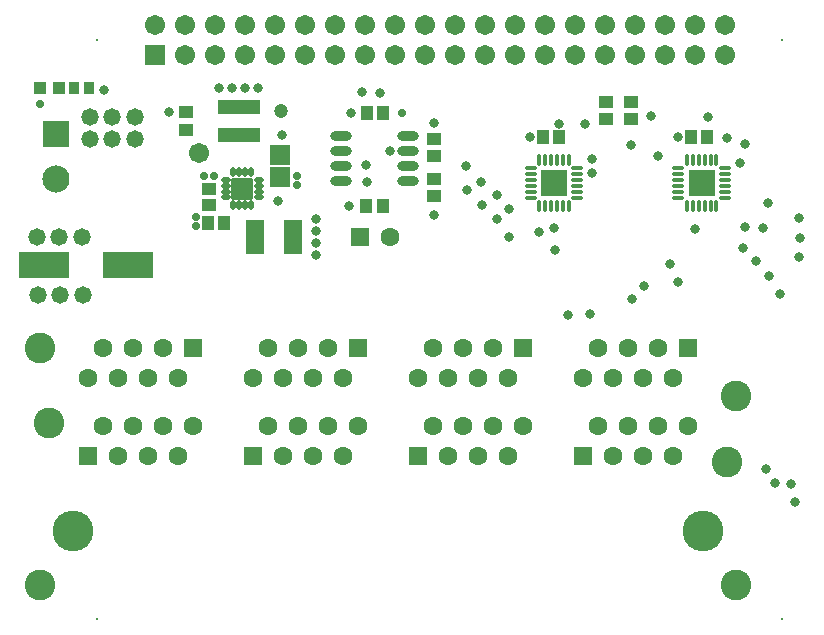
<source format=gts>
G04*
G04 #@! TF.GenerationSoftware,Altium Limited,Altium Designer,19.1.8 (144)*
G04*
G04 Layer_Color=8388736*
%FSLAX25Y25*%
%MOIN*%
G70*
G01*
G75*
%ADD42C,0.04737*%
%ADD43C,0.06706*%
%ADD44R,0.08819X0.08819*%
%ADD45O,0.01654X0.03898*%
%ADD46O,0.03898X0.01654*%
%ADD47R,0.04934X0.04343*%
%ADD48R,0.04343X0.04737*%
%ADD49R,0.16548X0.08674*%
%ADD50R,0.06115X0.11824*%
%ADD51R,0.04737X0.03950*%
%ADD52R,0.03556X0.04147*%
G04:AMPARAMS|DCode=53|XSize=17.84mil|YSize=31.62mil|CornerRadius=5.97mil|HoleSize=0mil|Usage=FLASHONLY|Rotation=0.000|XOffset=0mil|YOffset=0mil|HoleType=Round|Shape=RoundedRectangle|*
%AMROUNDEDRECTD53*
21,1,0.01784,0.01968,0,0,0.0*
21,1,0.00591,0.03162,0,0,0.0*
1,1,0.01194,0.00295,-0.00984*
1,1,0.01194,-0.00295,-0.00984*
1,1,0.01194,-0.00295,0.00984*
1,1,0.01194,0.00295,0.00984*
%
%ADD53ROUNDEDRECTD53*%
G04:AMPARAMS|DCode=54|XSize=17.84mil|YSize=31.62mil|CornerRadius=5.97mil|HoleSize=0mil|Usage=FLASHONLY|Rotation=270.000|XOffset=0mil|YOffset=0mil|HoleType=Round|Shape=RoundedRectangle|*
%AMROUNDEDRECTD54*
21,1,0.01784,0.01968,0,0,270.0*
21,1,0.00591,0.03162,0,0,270.0*
1,1,0.01194,-0.00984,-0.00295*
1,1,0.01194,-0.00984,0.00295*
1,1,0.01194,0.00984,0.00295*
1,1,0.01194,0.00984,-0.00295*
%
%ADD54ROUNDEDRECTD54*%
G04:AMPARAMS|DCode=55|XSize=74.93mil|YSize=74.93mil|CornerRadius=6.01mil|HoleSize=0mil|Usage=FLASHONLY|Rotation=270.000|XOffset=0mil|YOffset=0mil|HoleType=Round|Shape=RoundedRectangle|*
%AMROUNDEDRECTD55*
21,1,0.07493,0.06291,0,0,270.0*
21,1,0.06291,0.07493,0,0,270.0*
1,1,0.01202,-0.03146,-0.03146*
1,1,0.01202,-0.03146,0.03146*
1,1,0.01202,0.03146,0.03146*
1,1,0.01202,0.03146,-0.03146*
%
%ADD55ROUNDEDRECTD55*%
%ADD56R,0.04737X0.04343*%
%ADD57R,0.06902X0.06509*%
%ADD58R,0.14186X0.04658*%
%ADD59R,0.03950X0.03950*%
%ADD60R,0.04343X0.04934*%
%ADD61O,0.07296X0.03162*%
%ADD62R,0.09068X0.09068*%
%ADD63C,0.09068*%
%ADD64C,0.00800*%
%ADD65C,0.06312*%
%ADD66R,0.06312X0.06312*%
%ADD67C,0.10249*%
%ADD68C,0.13595*%
%ADD69R,0.06706X0.06706*%
%ADD70C,0.03162*%
%ADD71C,0.02769*%
%ADD72C,0.05800*%
D42*
X90945Y183071D02*
D03*
D43*
X63386Y168898D02*
D03*
X48701Y211693D02*
D03*
X58701Y201693D02*
D03*
Y211693D02*
D03*
X68701Y201693D02*
D03*
Y211693D02*
D03*
X78701Y201693D02*
D03*
Y211693D02*
D03*
X88701Y201693D02*
D03*
Y211693D02*
D03*
X98701Y201693D02*
D03*
Y211693D02*
D03*
X108701Y201693D02*
D03*
Y211693D02*
D03*
X118701Y201693D02*
D03*
Y211693D02*
D03*
X128701Y201693D02*
D03*
Y211693D02*
D03*
X138701Y201693D02*
D03*
Y211693D02*
D03*
X148701Y201693D02*
D03*
Y211693D02*
D03*
X158701Y201693D02*
D03*
Y211693D02*
D03*
X168701Y201693D02*
D03*
Y211693D02*
D03*
X178701Y201693D02*
D03*
Y211693D02*
D03*
X188701Y201693D02*
D03*
Y211693D02*
D03*
X198701Y201693D02*
D03*
Y211693D02*
D03*
X238701D02*
D03*
Y201693D02*
D03*
X228701Y211693D02*
D03*
Y201693D02*
D03*
X218701Y211693D02*
D03*
Y201693D02*
D03*
X208701Y211693D02*
D03*
Y201693D02*
D03*
D44*
X231102Y159055D02*
D03*
X181890D02*
D03*
D45*
X226181Y166831D02*
D03*
X228150D02*
D03*
X230118D02*
D03*
X232087D02*
D03*
X234055D02*
D03*
X236024D02*
D03*
Y151279D02*
D03*
X234055D02*
D03*
X232087D02*
D03*
X230118D02*
D03*
X228150D02*
D03*
X226181D02*
D03*
X176969Y166831D02*
D03*
X178937D02*
D03*
X180906D02*
D03*
X182874D02*
D03*
X184843D02*
D03*
X186811D02*
D03*
Y151279D02*
D03*
X184843D02*
D03*
X182874D02*
D03*
X180906D02*
D03*
X178937D02*
D03*
X176969D02*
D03*
D46*
X238878Y163977D02*
D03*
Y162008D02*
D03*
Y160039D02*
D03*
Y158071D02*
D03*
Y156103D02*
D03*
Y154134D02*
D03*
X223327D02*
D03*
Y156103D02*
D03*
Y158071D02*
D03*
Y160039D02*
D03*
Y162008D02*
D03*
Y163977D02*
D03*
X189665Y163976D02*
D03*
Y162008D02*
D03*
Y160039D02*
D03*
Y158071D02*
D03*
Y156102D02*
D03*
Y154134D02*
D03*
X174114D02*
D03*
Y156102D02*
D03*
Y158071D02*
D03*
Y160039D02*
D03*
Y162008D02*
D03*
Y163976D02*
D03*
D47*
X141732Y154626D02*
D03*
Y160335D02*
D03*
X199213Y180217D02*
D03*
Y185925D02*
D03*
X207480Y180217D02*
D03*
Y185925D02*
D03*
X141732Y168012D02*
D03*
Y173721D02*
D03*
D48*
X227559Y174409D02*
D03*
X232874D02*
D03*
X178051Y174409D02*
D03*
X183366D02*
D03*
X71949Y145728D02*
D03*
X66634D02*
D03*
X119488Y182303D02*
D03*
X124803D02*
D03*
D49*
X39961Y131555D02*
D03*
X12008D02*
D03*
D50*
X94882Y141004D02*
D03*
X82283D02*
D03*
D51*
X59055Y176634D02*
D03*
Y182539D02*
D03*
D52*
X21949Y190551D02*
D03*
X26870D02*
D03*
D53*
X80906Y162658D02*
D03*
X78937D02*
D03*
X76969D02*
D03*
X75000D02*
D03*
Y151634D02*
D03*
X76969D02*
D03*
X78937D02*
D03*
X80906D02*
D03*
D54*
X72441Y160098D02*
D03*
Y158130D02*
D03*
Y156161D02*
D03*
Y154193D02*
D03*
X83465D02*
D03*
Y156161D02*
D03*
Y158130D02*
D03*
Y160098D02*
D03*
D55*
X77953Y157146D02*
D03*
D56*
X66929Y157047D02*
D03*
Y151732D02*
D03*
D57*
X90551Y160886D02*
D03*
Y168366D02*
D03*
D58*
X76772Y184252D02*
D03*
Y174921D02*
D03*
D59*
X10433Y190551D02*
D03*
X16929D02*
D03*
D60*
X124902Y151181D02*
D03*
X119193D02*
D03*
D61*
X110827Y174803D02*
D03*
Y169803D02*
D03*
Y164803D02*
D03*
Y159803D02*
D03*
X133071Y174803D02*
D03*
Y169803D02*
D03*
Y164803D02*
D03*
Y159803D02*
D03*
D62*
X15748Y175236D02*
D03*
D63*
Y160236D02*
D03*
D64*
X257874Y13780D02*
D03*
X29528D02*
D03*
Y206693D02*
D03*
X257874D02*
D03*
D65*
X206496Y78110D02*
D03*
X211496Y68110D02*
D03*
X216496Y78110D02*
D03*
X221496Y68110D02*
D03*
X226496Y78110D02*
D03*
X201496Y68110D02*
D03*
X196496Y78110D02*
D03*
X141496D02*
D03*
X146496Y68110D02*
D03*
X171496Y78110D02*
D03*
X166496Y68110D02*
D03*
X161496Y78110D02*
D03*
X156496Y68110D02*
D03*
X151496Y78110D02*
D03*
X31496D02*
D03*
X36496Y68110D02*
D03*
X61496Y78110D02*
D03*
X56496Y68110D02*
D03*
X51496Y78110D02*
D03*
X46496Y68110D02*
D03*
X41496Y78110D02*
D03*
X46496Y94095D02*
D03*
X41496Y104095D02*
D03*
X36496Y94095D02*
D03*
X31496Y104095D02*
D03*
X26496Y94095D02*
D03*
X51496Y104095D02*
D03*
X56496Y94095D02*
D03*
X156496D02*
D03*
X151496Y104095D02*
D03*
X146496Y94095D02*
D03*
X141496Y104095D02*
D03*
X136496Y94095D02*
D03*
X161496Y104095D02*
D03*
X166496Y94095D02*
D03*
X111496D02*
D03*
X106496Y104095D02*
D03*
X81496Y94095D02*
D03*
X86496Y104095D02*
D03*
X91496Y94095D02*
D03*
X96496Y104095D02*
D03*
X101496Y94095D02*
D03*
X221496D02*
D03*
X216496Y104095D02*
D03*
X191496Y94095D02*
D03*
X196496Y104095D02*
D03*
X201496Y94095D02*
D03*
X206496Y104095D02*
D03*
X211496Y94095D02*
D03*
X96496Y78110D02*
D03*
X101496Y68110D02*
D03*
X106496Y78110D02*
D03*
X111496Y68110D02*
D03*
X116496Y78110D02*
D03*
X91496Y68110D02*
D03*
X86496Y78110D02*
D03*
X127047Y140945D02*
D03*
D66*
X191496Y68110D02*
D03*
X136496D02*
D03*
X26496D02*
D03*
X61496Y104095D02*
D03*
X171496D02*
D03*
X116496D02*
D03*
X226496D02*
D03*
X81496Y68110D02*
D03*
X117047Y140945D02*
D03*
D67*
X242520Y88110D02*
D03*
X10472Y104134D02*
D03*
X239528Y66142D02*
D03*
X13465Y79134D02*
D03*
X10472Y25118D02*
D03*
X242520D02*
D03*
D68*
X21496Y43110D02*
D03*
X231496D02*
D03*
D69*
X48701Y201693D02*
D03*
D70*
X89764Y153150D02*
D03*
X193701Y115354D02*
D03*
X176772Y142520D02*
D03*
X207480Y171653D02*
D03*
X214173Y181496D02*
D03*
X192126Y178740D02*
D03*
X245669Y172047D02*
D03*
X216535Y168110D02*
D03*
X233071Y181102D02*
D03*
X223228Y174409D02*
D03*
X239370Y174016D02*
D03*
X117717Y189370D02*
D03*
X124016Y188976D02*
D03*
X194488Y166929D02*
D03*
X243701Y165748D02*
D03*
X228740Y143701D02*
D03*
X253150Y152362D02*
D03*
X263386Y147244D02*
D03*
X251575Y144095D02*
D03*
X263779Y140551D02*
D03*
X263386Y134252D02*
D03*
X245669Y144488D02*
D03*
X244882Y137402D02*
D03*
X249213Y133071D02*
D03*
X253543Y127953D02*
D03*
X257087Y122047D02*
D03*
X262205Y52756D02*
D03*
X261024Y58661D02*
D03*
X255512Y59055D02*
D03*
X252362Y63779D02*
D03*
X220472Y131890D02*
D03*
X223228Y125984D02*
D03*
X211811Y124803D02*
D03*
X207874Y120472D02*
D03*
X174016Y174409D02*
D03*
X183465Y178740D02*
D03*
X152362Y164567D02*
D03*
X186614Y114961D02*
D03*
X194488Y162205D02*
D03*
X182283Y136614D02*
D03*
X181890Y144095D02*
D03*
X166929Y150394D02*
D03*
Y140945D02*
D03*
X162992Y155118D02*
D03*
Y146850D02*
D03*
X157874Y151575D02*
D03*
X152756Y156693D02*
D03*
X157480Y159449D02*
D03*
X113386Y151181D02*
D03*
X141732Y148425D02*
D03*
X127165Y169685D02*
D03*
X119587Y159429D02*
D03*
X119193Y164941D02*
D03*
X141732Y179134D02*
D03*
X31890Y190158D02*
D03*
X114173Y182283D02*
D03*
X102362Y135098D02*
D03*
Y139035D02*
D03*
Y142972D02*
D03*
Y146909D02*
D03*
X53543Y182736D02*
D03*
X70079Y190610D02*
D03*
X74409D02*
D03*
X78740D02*
D03*
X83071D02*
D03*
X91339Y174862D02*
D03*
D71*
X131102Y182283D02*
D03*
X10532Y185433D02*
D03*
X96063Y158327D02*
D03*
Y161476D02*
D03*
X62598Y147697D02*
D03*
Y144547D02*
D03*
X65354Y161476D02*
D03*
X68504D02*
D03*
X234055Y156103D02*
D03*
X231102D02*
D03*
X228150D02*
D03*
X234055Y159055D02*
D03*
X231102D02*
D03*
X228150D02*
D03*
X234055Y162008D02*
D03*
X231102D02*
D03*
X228150D02*
D03*
X184843Y156102D02*
D03*
X181890D02*
D03*
X178937D02*
D03*
X184843Y159055D02*
D03*
X181890D02*
D03*
X178937D02*
D03*
X184843Y162008D02*
D03*
X181890D02*
D03*
X178937D02*
D03*
X77953Y157146D02*
D03*
X75984Y155177D02*
D03*
X79921D02*
D03*
Y159114D02*
D03*
X75984D02*
D03*
D72*
X24803Y121654D02*
D03*
X17323D02*
D03*
X24409Y140945D02*
D03*
X16929D02*
D03*
X42126Y173622D02*
D03*
Y181102D02*
D03*
X34646Y173622D02*
D03*
Y181102D02*
D03*
X27165Y173622D02*
D03*
Y181102D02*
D03*
X9449Y141004D02*
D03*
X9843Y121713D02*
D03*
M02*

</source>
